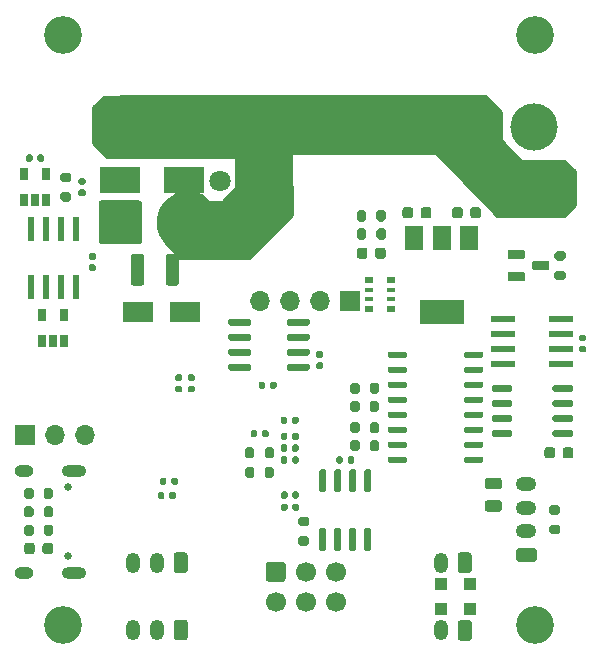
<source format=gbr>
G04 #@! TF.GenerationSoftware,KiCad,Pcbnew,5.1.9-73d0e3b20d~88~ubuntu20.04.1*
G04 #@! TF.CreationDate,2021-04-08T00:26:52+08:00*
G04 #@! TF.ProjectId,AbsoluteEncoderBoard,4162736f-6c75-4746-9545-6e636f646572,rev?*
G04 #@! TF.SameCoordinates,Original*
G04 #@! TF.FileFunction,Soldermask,Bot*
G04 #@! TF.FilePolarity,Negative*
%FSLAX46Y46*%
G04 Gerber Fmt 4.6, Leading zero omitted, Abs format (unit mm)*
G04 Created by KiCad (PCBNEW 5.1.9-73d0e3b20d~88~ubuntu20.04.1) date 2021-04-08 00:26:52*
%MOMM*%
%LPD*%
G01*
G04 APERTURE LIST*
%ADD10C,3.200000*%
%ADD11C,4.000000*%
%ADD12R,3.800000X3.800000*%
%ADD13C,1.700000*%
%ADD14R,0.650000X1.060000*%
%ADD15R,2.500000X1.800000*%
%ADD16R,3.500000X2.300000*%
%ADD17R,1.500000X2.000000*%
%ADD18R,3.800000X2.000000*%
%ADD19R,2.000000X0.600000*%
%ADD20R,0.600000X2.000000*%
%ADD21R,0.800000X0.500000*%
%ADD22R,0.800000X0.400000*%
%ADD23O,1.200000X1.750000*%
%ADD24O,1.700000X1.700000*%
%ADD25R,1.700000X1.700000*%
%ADD26C,1.800000*%
%ADD27C,3.700000*%
%ADD28O,2.100000X1.000000*%
%ADD29C,0.650000*%
%ADD30O,1.600000X1.000000*%
%ADD31O,1.750000X1.200000*%
%ADD32R,1.000000X1.000000*%
%ADD33C,0.254000*%
%ADD34C,0.100000*%
G04 APERTURE END LIST*
D10*
X170000000Y-90000000D03*
X130000000Y-90000000D03*
X170000000Y-40000000D03*
X130000000Y-40000000D03*
D11*
X169926000Y-47832000D03*
D12*
X169926000Y-52832000D03*
G36*
G01*
X147415240Y-84624600D02*
X148615240Y-84624600D01*
G75*
G02*
X148865240Y-84874600I0J-250000D01*
G01*
X148865240Y-86074600D01*
G75*
G02*
X148615240Y-86324600I-250000J0D01*
G01*
X147415240Y-86324600D01*
G75*
G02*
X147165240Y-86074600I0J250000D01*
G01*
X147165240Y-84874600D01*
G75*
G02*
X147415240Y-84624600I250000J0D01*
G01*
G37*
D13*
X150555240Y-85474600D03*
X153095240Y-85474600D03*
X148015240Y-88014600D03*
X150555240Y-88014600D03*
X153095240Y-88014600D03*
G36*
G01*
X146860000Y-73950000D02*
X146860000Y-73610000D01*
G75*
G02*
X147000000Y-73470000I140000J0D01*
G01*
X147280000Y-73470000D01*
G75*
G02*
X147420000Y-73610000I0J-140000D01*
G01*
X147420000Y-73950000D01*
G75*
G02*
X147280000Y-74090000I-140000J0D01*
G01*
X147000000Y-74090000D01*
G75*
G02*
X146860000Y-73950000I0J140000D01*
G01*
G37*
G36*
G01*
X145900000Y-73950000D02*
X145900000Y-73610000D01*
G75*
G02*
X146040000Y-73470000I140000J0D01*
G01*
X146320000Y-73470000D01*
G75*
G02*
X146460000Y-73610000I0J-140000D01*
G01*
X146460000Y-73950000D01*
G75*
G02*
X146320000Y-74090000I-140000J0D01*
G01*
X146040000Y-74090000D01*
G75*
G02*
X145900000Y-73950000I0J140000D01*
G01*
G37*
G36*
G01*
X139630000Y-69725000D02*
X139970000Y-69725000D01*
G75*
G02*
X140110000Y-69865000I0J-140000D01*
G01*
X140110000Y-70145000D01*
G75*
G02*
X139970000Y-70285000I-140000J0D01*
G01*
X139630000Y-70285000D01*
G75*
G02*
X139490000Y-70145000I0J140000D01*
G01*
X139490000Y-69865000D01*
G75*
G02*
X139630000Y-69725000I140000J0D01*
G01*
G37*
G36*
G01*
X139630000Y-68765000D02*
X139970000Y-68765000D01*
G75*
G02*
X140110000Y-68905000I0J-140000D01*
G01*
X140110000Y-69185000D01*
G75*
G02*
X139970000Y-69325000I-140000J0D01*
G01*
X139630000Y-69325000D01*
G75*
G02*
X139490000Y-69185000I0J140000D01*
G01*
X139490000Y-68905000D01*
G75*
G02*
X139630000Y-68765000I140000J0D01*
G01*
G37*
G36*
G01*
X147530000Y-69860000D02*
X147530000Y-69520000D01*
G75*
G02*
X147670000Y-69380000I140000J0D01*
G01*
X147950000Y-69380000D01*
G75*
G02*
X148090000Y-69520000I0J-140000D01*
G01*
X148090000Y-69860000D01*
G75*
G02*
X147950000Y-70000000I-140000J0D01*
G01*
X147670000Y-70000000D01*
G75*
G02*
X147530000Y-69860000I0J140000D01*
G01*
G37*
G36*
G01*
X146570000Y-69860000D02*
X146570000Y-69520000D01*
G75*
G02*
X146710000Y-69380000I140000J0D01*
G01*
X146990000Y-69380000D01*
G75*
G02*
X147130000Y-69520000I0J-140000D01*
G01*
X147130000Y-69860000D01*
G75*
G02*
X146990000Y-70000000I-140000J0D01*
G01*
X146710000Y-70000000D01*
G75*
G02*
X146570000Y-69860000I0J140000D01*
G01*
G37*
G36*
G01*
X139175000Y-77970000D02*
X139175000Y-77630000D01*
G75*
G02*
X139315000Y-77490000I140000J0D01*
G01*
X139595000Y-77490000D01*
G75*
G02*
X139735000Y-77630000I0J-140000D01*
G01*
X139735000Y-77970000D01*
G75*
G02*
X139595000Y-78110000I-140000J0D01*
G01*
X139315000Y-78110000D01*
G75*
G02*
X139175000Y-77970000I0J140000D01*
G01*
G37*
G36*
G01*
X138215000Y-77970000D02*
X138215000Y-77630000D01*
G75*
G02*
X138355000Y-77490000I140000J0D01*
G01*
X138635000Y-77490000D01*
G75*
G02*
X138775000Y-77630000I0J-140000D01*
G01*
X138775000Y-77970000D01*
G75*
G02*
X138635000Y-78110000I-140000J0D01*
G01*
X138355000Y-78110000D01*
G75*
G02*
X138215000Y-77970000I0J140000D01*
G01*
G37*
G36*
G01*
X149000000Y-72480000D02*
X149000000Y-72820000D01*
G75*
G02*
X148860000Y-72960000I-140000J0D01*
G01*
X148580000Y-72960000D01*
G75*
G02*
X148440000Y-72820000I0J140000D01*
G01*
X148440000Y-72480000D01*
G75*
G02*
X148580000Y-72340000I140000J0D01*
G01*
X148860000Y-72340000D01*
G75*
G02*
X149000000Y-72480000I0J-140000D01*
G01*
G37*
G36*
G01*
X149960000Y-72480000D02*
X149960000Y-72820000D01*
G75*
G02*
X149820000Y-72960000I-140000J0D01*
G01*
X149540000Y-72960000D01*
G75*
G02*
X149400000Y-72820000I0J140000D01*
G01*
X149400000Y-72480000D01*
G75*
G02*
X149540000Y-72340000I140000J0D01*
G01*
X149820000Y-72340000D01*
G75*
G02*
X149960000Y-72480000I0J-140000D01*
G01*
G37*
G36*
G01*
X149025000Y-78805000D02*
X149025000Y-79145000D01*
G75*
G02*
X148885000Y-79285000I-140000J0D01*
G01*
X148605000Y-79285000D01*
G75*
G02*
X148465000Y-79145000I0J140000D01*
G01*
X148465000Y-78805000D01*
G75*
G02*
X148605000Y-78665000I140000J0D01*
G01*
X148885000Y-78665000D01*
G75*
G02*
X149025000Y-78805000I0J-140000D01*
G01*
G37*
G36*
G01*
X149985000Y-78805000D02*
X149985000Y-79145000D01*
G75*
G02*
X149845000Y-79285000I-140000J0D01*
G01*
X149565000Y-79285000D01*
G75*
G02*
X149425000Y-79145000I0J140000D01*
G01*
X149425000Y-78805000D01*
G75*
G02*
X149565000Y-78665000I140000J0D01*
G01*
X149845000Y-78665000D01*
G75*
G02*
X149985000Y-78805000I0J-140000D01*
G01*
G37*
G36*
G01*
X140705000Y-69725000D02*
X141045000Y-69725000D01*
G75*
G02*
X141185000Y-69865000I0J-140000D01*
G01*
X141185000Y-70145000D01*
G75*
G02*
X141045000Y-70285000I-140000J0D01*
G01*
X140705000Y-70285000D01*
G75*
G02*
X140565000Y-70145000I0J140000D01*
G01*
X140565000Y-69865000D01*
G75*
G02*
X140705000Y-69725000I140000J0D01*
G01*
G37*
G36*
G01*
X140705000Y-68765000D02*
X141045000Y-68765000D01*
G75*
G02*
X141185000Y-68905000I0J-140000D01*
G01*
X141185000Y-69185000D01*
G75*
G02*
X141045000Y-69325000I-140000J0D01*
G01*
X140705000Y-69325000D01*
G75*
G02*
X140565000Y-69185000I0J140000D01*
G01*
X140565000Y-68905000D01*
G75*
G02*
X140705000Y-68765000I140000J0D01*
G01*
G37*
G36*
G01*
X149425000Y-80170000D02*
X149425000Y-79830000D01*
G75*
G02*
X149565000Y-79690000I140000J0D01*
G01*
X149845000Y-79690000D01*
G75*
G02*
X149985000Y-79830000I0J-140000D01*
G01*
X149985000Y-80170000D01*
G75*
G02*
X149845000Y-80310000I-140000J0D01*
G01*
X149565000Y-80310000D01*
G75*
G02*
X149425000Y-80170000I0J140000D01*
G01*
G37*
G36*
G01*
X148465000Y-80170000D02*
X148465000Y-79830000D01*
G75*
G02*
X148605000Y-79690000I140000J0D01*
G01*
X148885000Y-79690000D01*
G75*
G02*
X149025000Y-79830000I0J-140000D01*
G01*
X149025000Y-80170000D01*
G75*
G02*
X148885000Y-80310000I-140000J0D01*
G01*
X148605000Y-80310000D01*
G75*
G02*
X148465000Y-80170000I0J140000D01*
G01*
G37*
G36*
G01*
X139000000Y-79195000D02*
X139000000Y-78855000D01*
G75*
G02*
X139140000Y-78715000I140000J0D01*
G01*
X139420000Y-78715000D01*
G75*
G02*
X139560000Y-78855000I0J-140000D01*
G01*
X139560000Y-79195000D01*
G75*
G02*
X139420000Y-79335000I-140000J0D01*
G01*
X139140000Y-79335000D01*
G75*
G02*
X139000000Y-79195000I0J140000D01*
G01*
G37*
G36*
G01*
X138040000Y-79195000D02*
X138040000Y-78855000D01*
G75*
G02*
X138180000Y-78715000I140000J0D01*
G01*
X138460000Y-78715000D01*
G75*
G02*
X138600000Y-78855000I0J-140000D01*
G01*
X138600000Y-79195000D01*
G75*
G02*
X138460000Y-79335000I-140000J0D01*
G01*
X138180000Y-79335000D01*
G75*
G02*
X138040000Y-79195000I0J140000D01*
G01*
G37*
G36*
G01*
X151920000Y-67350000D02*
X151580000Y-67350000D01*
G75*
G02*
X151440000Y-67210000I0J140000D01*
G01*
X151440000Y-66930000D01*
G75*
G02*
X151580000Y-66790000I140000J0D01*
G01*
X151920000Y-66790000D01*
G75*
G02*
X152060000Y-66930000I0J-140000D01*
G01*
X152060000Y-67210000D01*
G75*
G02*
X151920000Y-67350000I-140000J0D01*
G01*
G37*
G36*
G01*
X151920000Y-68310000D02*
X151580000Y-68310000D01*
G75*
G02*
X151440000Y-68170000I0J140000D01*
G01*
X151440000Y-67890000D01*
G75*
G02*
X151580000Y-67750000I140000J0D01*
G01*
X151920000Y-67750000D01*
G75*
G02*
X152060000Y-67890000I0J-140000D01*
G01*
X152060000Y-68170000D01*
G75*
G02*
X151920000Y-68310000I-140000J0D01*
G01*
G37*
G36*
G01*
X149010000Y-74830000D02*
X149010000Y-75170000D01*
G75*
G02*
X148870000Y-75310000I-140000J0D01*
G01*
X148590000Y-75310000D01*
G75*
G02*
X148450000Y-75170000I0J140000D01*
G01*
X148450000Y-74830000D01*
G75*
G02*
X148590000Y-74690000I140000J0D01*
G01*
X148870000Y-74690000D01*
G75*
G02*
X149010000Y-74830000I0J-140000D01*
G01*
G37*
G36*
G01*
X149970000Y-74830000D02*
X149970000Y-75170000D01*
G75*
G02*
X149830000Y-75310000I-140000J0D01*
G01*
X149550000Y-75310000D01*
G75*
G02*
X149410000Y-75170000I0J140000D01*
G01*
X149410000Y-74830000D01*
G75*
G02*
X149550000Y-74690000I140000J0D01*
G01*
X149830000Y-74690000D01*
G75*
G02*
X149970000Y-74830000I0J-140000D01*
G01*
G37*
G36*
G01*
X173830000Y-66345000D02*
X174170000Y-66345000D01*
G75*
G02*
X174310000Y-66485000I0J-140000D01*
G01*
X174310000Y-66765000D01*
G75*
G02*
X174170000Y-66905000I-140000J0D01*
G01*
X173830000Y-66905000D01*
G75*
G02*
X173690000Y-66765000I0J140000D01*
G01*
X173690000Y-66485000D01*
G75*
G02*
X173830000Y-66345000I140000J0D01*
G01*
G37*
G36*
G01*
X173830000Y-65385000D02*
X174170000Y-65385000D01*
G75*
G02*
X174310000Y-65525000I0J-140000D01*
G01*
X174310000Y-65805000D01*
G75*
G02*
X174170000Y-65945000I-140000J0D01*
G01*
X173830000Y-65945000D01*
G75*
G02*
X173690000Y-65805000I0J140000D01*
G01*
X173690000Y-65525000D01*
G75*
G02*
X173830000Y-65385000I140000J0D01*
G01*
G37*
G36*
G01*
X153700000Y-75830000D02*
X153700000Y-76170000D01*
G75*
G02*
X153560000Y-76310000I-140000J0D01*
G01*
X153280000Y-76310000D01*
G75*
G02*
X153140000Y-76170000I0J140000D01*
G01*
X153140000Y-75830000D01*
G75*
G02*
X153280000Y-75690000I140000J0D01*
G01*
X153560000Y-75690000D01*
G75*
G02*
X153700000Y-75830000I0J-140000D01*
G01*
G37*
G36*
G01*
X154660000Y-75830000D02*
X154660000Y-76170000D01*
G75*
G02*
X154520000Y-76310000I-140000J0D01*
G01*
X154240000Y-76310000D01*
G75*
G02*
X154100000Y-76170000I0J140000D01*
G01*
X154100000Y-75830000D01*
G75*
G02*
X154240000Y-75690000I140000J0D01*
G01*
X154520000Y-75690000D01*
G75*
G02*
X154660000Y-75830000I0J-140000D01*
G01*
G37*
G36*
G01*
X127450000Y-50280000D02*
X127450000Y-50620000D01*
G75*
G02*
X127310000Y-50760000I-140000J0D01*
G01*
X127030000Y-50760000D01*
G75*
G02*
X126890000Y-50620000I0J140000D01*
G01*
X126890000Y-50280000D01*
G75*
G02*
X127030000Y-50140000I140000J0D01*
G01*
X127310000Y-50140000D01*
G75*
G02*
X127450000Y-50280000I0J-140000D01*
G01*
G37*
G36*
G01*
X128410000Y-50280000D02*
X128410000Y-50620000D01*
G75*
G02*
X128270000Y-50760000I-140000J0D01*
G01*
X127990000Y-50760000D01*
G75*
G02*
X127850000Y-50620000I0J140000D01*
G01*
X127850000Y-50280000D01*
G75*
G02*
X127990000Y-50140000I140000J0D01*
G01*
X128270000Y-50140000D01*
G75*
G02*
X128410000Y-50280000I0J-140000D01*
G01*
G37*
G36*
G01*
X149010000Y-75830000D02*
X149010000Y-76170000D01*
G75*
G02*
X148870000Y-76310000I-140000J0D01*
G01*
X148590000Y-76310000D01*
G75*
G02*
X148450000Y-76170000I0J140000D01*
G01*
X148450000Y-75830000D01*
G75*
G02*
X148590000Y-75690000I140000J0D01*
G01*
X148870000Y-75690000D01*
G75*
G02*
X149010000Y-75830000I0J-140000D01*
G01*
G37*
G36*
G01*
X149970000Y-75830000D02*
X149970000Y-76170000D01*
G75*
G02*
X149830000Y-76310000I-140000J0D01*
G01*
X149550000Y-76310000D01*
G75*
G02*
X149410000Y-76170000I0J140000D01*
G01*
X149410000Y-75830000D01*
G75*
G02*
X149550000Y-75690000I140000J0D01*
G01*
X149830000Y-75690000D01*
G75*
G02*
X149970000Y-75830000I0J-140000D01*
G01*
G37*
G36*
G01*
X131790000Y-52700000D02*
X131450000Y-52700000D01*
G75*
G02*
X131310000Y-52560000I0J140000D01*
G01*
X131310000Y-52280000D01*
G75*
G02*
X131450000Y-52140000I140000J0D01*
G01*
X131790000Y-52140000D01*
G75*
G02*
X131930000Y-52280000I0J-140000D01*
G01*
X131930000Y-52560000D01*
G75*
G02*
X131790000Y-52700000I-140000J0D01*
G01*
G37*
G36*
G01*
X131790000Y-53660000D02*
X131450000Y-53660000D01*
G75*
G02*
X131310000Y-53520000I0J140000D01*
G01*
X131310000Y-53240000D01*
G75*
G02*
X131450000Y-53100000I140000J0D01*
G01*
X131790000Y-53100000D01*
G75*
G02*
X131930000Y-53240000I0J-140000D01*
G01*
X131930000Y-53520000D01*
G75*
G02*
X131790000Y-53660000I-140000J0D01*
G01*
G37*
D14*
X130125000Y-63700000D03*
X128225000Y-63700000D03*
X128225000Y-65900000D03*
X129175000Y-65900000D03*
X130125000Y-65900000D03*
G36*
G01*
X132670000Y-59050000D02*
X132330000Y-59050000D01*
G75*
G02*
X132190000Y-58910000I0J140000D01*
G01*
X132190000Y-58630000D01*
G75*
G02*
X132330000Y-58490000I140000J0D01*
G01*
X132670000Y-58490000D01*
G75*
G02*
X132810000Y-58630000I0J-140000D01*
G01*
X132810000Y-58910000D01*
G75*
G02*
X132670000Y-59050000I-140000J0D01*
G01*
G37*
G36*
G01*
X132670000Y-60010000D02*
X132330000Y-60010000D01*
G75*
G02*
X132190000Y-59870000I0J140000D01*
G01*
X132190000Y-59590000D01*
G75*
G02*
X132330000Y-59450000I140000J0D01*
G01*
X132670000Y-59450000D01*
G75*
G02*
X132810000Y-59590000I0J-140000D01*
G01*
X132810000Y-59870000D01*
G75*
G02*
X132670000Y-60010000I-140000J0D01*
G01*
G37*
G36*
G01*
X149010000Y-73830000D02*
X149010000Y-74170000D01*
G75*
G02*
X148870000Y-74310000I-140000J0D01*
G01*
X148590000Y-74310000D01*
G75*
G02*
X148450000Y-74170000I0J140000D01*
G01*
X148450000Y-73830000D01*
G75*
G02*
X148590000Y-73690000I140000J0D01*
G01*
X148870000Y-73690000D01*
G75*
G02*
X149010000Y-73830000I0J-140000D01*
G01*
G37*
G36*
G01*
X149970000Y-73830000D02*
X149970000Y-74170000D01*
G75*
G02*
X149830000Y-74310000I-140000J0D01*
G01*
X149550000Y-74310000D01*
G75*
G02*
X149410000Y-74170000I0J140000D01*
G01*
X149410000Y-73830000D01*
G75*
G02*
X149550000Y-73690000I140000J0D01*
G01*
X149830000Y-73690000D01*
G75*
G02*
X149970000Y-73830000I0J-140000D01*
G01*
G37*
G36*
G01*
X138700000Y-61000001D02*
X138700000Y-58799999D01*
G75*
G02*
X138949999Y-58550000I249999J0D01*
G01*
X139600001Y-58550000D01*
G75*
G02*
X139850000Y-58799999I0J-249999D01*
G01*
X139850000Y-61000001D01*
G75*
G02*
X139600001Y-61250000I-249999J0D01*
G01*
X138949999Y-61250000D01*
G75*
G02*
X138700000Y-61000001I0J249999D01*
G01*
G37*
G36*
G01*
X135750000Y-61000001D02*
X135750000Y-58799999D01*
G75*
G02*
X135999999Y-58550000I249999J0D01*
G01*
X136650001Y-58550000D01*
G75*
G02*
X136900000Y-58799999I0J-249999D01*
G01*
X136900000Y-61000001D01*
G75*
G02*
X136650001Y-61250000I-249999J0D01*
G01*
X135999999Y-61250000D01*
G75*
G02*
X135750000Y-61000001I0J249999D01*
G01*
G37*
D15*
X136325000Y-63475000D03*
X140325000Y-63475000D03*
D16*
X134860000Y-52290000D03*
X140260000Y-52290000D03*
G36*
G01*
X156440840Y-58750000D02*
X156440840Y-58250000D01*
G75*
G02*
X156665840Y-58025000I225000J0D01*
G01*
X157115840Y-58025000D01*
G75*
G02*
X157340840Y-58250000I0J-225000D01*
G01*
X157340840Y-58750000D01*
G75*
G02*
X157115840Y-58975000I-225000J0D01*
G01*
X156665840Y-58975000D01*
G75*
G02*
X156440840Y-58750000I0J225000D01*
G01*
G37*
G36*
G01*
X154890840Y-58750000D02*
X154890840Y-58250000D01*
G75*
G02*
X155115840Y-58025000I225000J0D01*
G01*
X155565840Y-58025000D01*
G75*
G02*
X155790840Y-58250000I0J-225000D01*
G01*
X155790840Y-58750000D01*
G75*
G02*
X155565840Y-58975000I-225000J0D01*
G01*
X155115840Y-58975000D01*
G75*
G02*
X154890840Y-58750000I0J225000D01*
G01*
G37*
G36*
G01*
X164000000Y-76132500D02*
X164000000Y-75857500D01*
G75*
G02*
X164137500Y-75720000I137500J0D01*
G01*
X165462500Y-75720000D01*
G75*
G02*
X165600000Y-75857500I0J-137500D01*
G01*
X165600000Y-76132500D01*
G75*
G02*
X165462500Y-76270000I-137500J0D01*
G01*
X164137500Y-76270000D01*
G75*
G02*
X164000000Y-76132500I0J137500D01*
G01*
G37*
G36*
G01*
X164000000Y-74862500D02*
X164000000Y-74587500D01*
G75*
G02*
X164137500Y-74450000I137500J0D01*
G01*
X165462500Y-74450000D01*
G75*
G02*
X165600000Y-74587500I0J-137500D01*
G01*
X165600000Y-74862500D01*
G75*
G02*
X165462500Y-75000000I-137500J0D01*
G01*
X164137500Y-75000000D01*
G75*
G02*
X164000000Y-74862500I0J137500D01*
G01*
G37*
G36*
G01*
X164000000Y-73592500D02*
X164000000Y-73317500D01*
G75*
G02*
X164137500Y-73180000I137500J0D01*
G01*
X165462500Y-73180000D01*
G75*
G02*
X165600000Y-73317500I0J-137500D01*
G01*
X165600000Y-73592500D01*
G75*
G02*
X165462500Y-73730000I-137500J0D01*
G01*
X164137500Y-73730000D01*
G75*
G02*
X164000000Y-73592500I0J137500D01*
G01*
G37*
G36*
G01*
X164000000Y-72322500D02*
X164000000Y-72047500D01*
G75*
G02*
X164137500Y-71910000I137500J0D01*
G01*
X165462500Y-71910000D01*
G75*
G02*
X165600000Y-72047500I0J-137500D01*
G01*
X165600000Y-72322500D01*
G75*
G02*
X165462500Y-72460000I-137500J0D01*
G01*
X164137500Y-72460000D01*
G75*
G02*
X164000000Y-72322500I0J137500D01*
G01*
G37*
G36*
G01*
X164000000Y-71052500D02*
X164000000Y-70777500D01*
G75*
G02*
X164137500Y-70640000I137500J0D01*
G01*
X165462500Y-70640000D01*
G75*
G02*
X165600000Y-70777500I0J-137500D01*
G01*
X165600000Y-71052500D01*
G75*
G02*
X165462500Y-71190000I-137500J0D01*
G01*
X164137500Y-71190000D01*
G75*
G02*
X164000000Y-71052500I0J137500D01*
G01*
G37*
G36*
G01*
X164000000Y-69782500D02*
X164000000Y-69507500D01*
G75*
G02*
X164137500Y-69370000I137500J0D01*
G01*
X165462500Y-69370000D01*
G75*
G02*
X165600000Y-69507500I0J-137500D01*
G01*
X165600000Y-69782500D01*
G75*
G02*
X165462500Y-69920000I-137500J0D01*
G01*
X164137500Y-69920000D01*
G75*
G02*
X164000000Y-69782500I0J137500D01*
G01*
G37*
G36*
G01*
X164000000Y-68512500D02*
X164000000Y-68237500D01*
G75*
G02*
X164137500Y-68100000I137500J0D01*
G01*
X165462500Y-68100000D01*
G75*
G02*
X165600000Y-68237500I0J-137500D01*
G01*
X165600000Y-68512500D01*
G75*
G02*
X165462500Y-68650000I-137500J0D01*
G01*
X164137500Y-68650000D01*
G75*
G02*
X164000000Y-68512500I0J137500D01*
G01*
G37*
G36*
G01*
X164000000Y-67242500D02*
X164000000Y-66967500D01*
G75*
G02*
X164137500Y-66830000I137500J0D01*
G01*
X165462500Y-66830000D01*
G75*
G02*
X165600000Y-66967500I0J-137500D01*
G01*
X165600000Y-67242500D01*
G75*
G02*
X165462500Y-67380000I-137500J0D01*
G01*
X164137500Y-67380000D01*
G75*
G02*
X164000000Y-67242500I0J137500D01*
G01*
G37*
G36*
G01*
X157500000Y-67242500D02*
X157500000Y-66967500D01*
G75*
G02*
X157637500Y-66830000I137500J0D01*
G01*
X158962500Y-66830000D01*
G75*
G02*
X159100000Y-66967500I0J-137500D01*
G01*
X159100000Y-67242500D01*
G75*
G02*
X158962500Y-67380000I-137500J0D01*
G01*
X157637500Y-67380000D01*
G75*
G02*
X157500000Y-67242500I0J137500D01*
G01*
G37*
G36*
G01*
X157500000Y-68512500D02*
X157500000Y-68237500D01*
G75*
G02*
X157637500Y-68100000I137500J0D01*
G01*
X158962500Y-68100000D01*
G75*
G02*
X159100000Y-68237500I0J-137500D01*
G01*
X159100000Y-68512500D01*
G75*
G02*
X158962500Y-68650000I-137500J0D01*
G01*
X157637500Y-68650000D01*
G75*
G02*
X157500000Y-68512500I0J137500D01*
G01*
G37*
G36*
G01*
X157500000Y-69782500D02*
X157500000Y-69507500D01*
G75*
G02*
X157637500Y-69370000I137500J0D01*
G01*
X158962500Y-69370000D01*
G75*
G02*
X159100000Y-69507500I0J-137500D01*
G01*
X159100000Y-69782500D01*
G75*
G02*
X158962500Y-69920000I-137500J0D01*
G01*
X157637500Y-69920000D01*
G75*
G02*
X157500000Y-69782500I0J137500D01*
G01*
G37*
G36*
G01*
X157500000Y-71052500D02*
X157500000Y-70777500D01*
G75*
G02*
X157637500Y-70640000I137500J0D01*
G01*
X158962500Y-70640000D01*
G75*
G02*
X159100000Y-70777500I0J-137500D01*
G01*
X159100000Y-71052500D01*
G75*
G02*
X158962500Y-71190000I-137500J0D01*
G01*
X157637500Y-71190000D01*
G75*
G02*
X157500000Y-71052500I0J137500D01*
G01*
G37*
G36*
G01*
X157500000Y-72322500D02*
X157500000Y-72047500D01*
G75*
G02*
X157637500Y-71910000I137500J0D01*
G01*
X158962500Y-71910000D01*
G75*
G02*
X159100000Y-72047500I0J-137500D01*
G01*
X159100000Y-72322500D01*
G75*
G02*
X158962500Y-72460000I-137500J0D01*
G01*
X157637500Y-72460000D01*
G75*
G02*
X157500000Y-72322500I0J137500D01*
G01*
G37*
G36*
G01*
X157500000Y-73592500D02*
X157500000Y-73317500D01*
G75*
G02*
X157637500Y-73180000I137500J0D01*
G01*
X158962500Y-73180000D01*
G75*
G02*
X159100000Y-73317500I0J-137500D01*
G01*
X159100000Y-73592500D01*
G75*
G02*
X158962500Y-73730000I-137500J0D01*
G01*
X157637500Y-73730000D01*
G75*
G02*
X157500000Y-73592500I0J137500D01*
G01*
G37*
G36*
G01*
X157500000Y-74862500D02*
X157500000Y-74587500D01*
G75*
G02*
X157637500Y-74450000I137500J0D01*
G01*
X158962500Y-74450000D01*
G75*
G02*
X159100000Y-74587500I0J-137500D01*
G01*
X159100000Y-74862500D01*
G75*
G02*
X158962500Y-75000000I-137500J0D01*
G01*
X157637500Y-75000000D01*
G75*
G02*
X157500000Y-74862500I0J137500D01*
G01*
G37*
G36*
G01*
X157500000Y-76132500D02*
X157500000Y-75857500D01*
G75*
G02*
X157637500Y-75720000I137500J0D01*
G01*
X158962500Y-75720000D01*
G75*
G02*
X159100000Y-75857500I0J-137500D01*
G01*
X159100000Y-76132500D01*
G75*
G02*
X158962500Y-76270000I-137500J0D01*
G01*
X157637500Y-76270000D01*
G75*
G02*
X157500000Y-76132500I0J137500D01*
G01*
G37*
G36*
G01*
X148950000Y-68305000D02*
X148950000Y-68005000D01*
G75*
G02*
X149100000Y-67855000I150000J0D01*
G01*
X150750000Y-67855000D01*
G75*
G02*
X150900000Y-68005000I0J-150000D01*
G01*
X150900000Y-68305000D01*
G75*
G02*
X150750000Y-68455000I-150000J0D01*
G01*
X149100000Y-68455000D01*
G75*
G02*
X148950000Y-68305000I0J150000D01*
G01*
G37*
G36*
G01*
X148950000Y-67035000D02*
X148950000Y-66735000D01*
G75*
G02*
X149100000Y-66585000I150000J0D01*
G01*
X150750000Y-66585000D01*
G75*
G02*
X150900000Y-66735000I0J-150000D01*
G01*
X150900000Y-67035000D01*
G75*
G02*
X150750000Y-67185000I-150000J0D01*
G01*
X149100000Y-67185000D01*
G75*
G02*
X148950000Y-67035000I0J150000D01*
G01*
G37*
G36*
G01*
X148950000Y-65765000D02*
X148950000Y-65465000D01*
G75*
G02*
X149100000Y-65315000I150000J0D01*
G01*
X150750000Y-65315000D01*
G75*
G02*
X150900000Y-65465000I0J-150000D01*
G01*
X150900000Y-65765000D01*
G75*
G02*
X150750000Y-65915000I-150000J0D01*
G01*
X149100000Y-65915000D01*
G75*
G02*
X148950000Y-65765000I0J150000D01*
G01*
G37*
G36*
G01*
X148950000Y-64495000D02*
X148950000Y-64195000D01*
G75*
G02*
X149100000Y-64045000I150000J0D01*
G01*
X150750000Y-64045000D01*
G75*
G02*
X150900000Y-64195000I0J-150000D01*
G01*
X150900000Y-64495000D01*
G75*
G02*
X150750000Y-64645000I-150000J0D01*
G01*
X149100000Y-64645000D01*
G75*
G02*
X148950000Y-64495000I0J150000D01*
G01*
G37*
G36*
G01*
X144000000Y-64495000D02*
X144000000Y-64195000D01*
G75*
G02*
X144150000Y-64045000I150000J0D01*
G01*
X145800000Y-64045000D01*
G75*
G02*
X145950000Y-64195000I0J-150000D01*
G01*
X145950000Y-64495000D01*
G75*
G02*
X145800000Y-64645000I-150000J0D01*
G01*
X144150000Y-64645000D01*
G75*
G02*
X144000000Y-64495000I0J150000D01*
G01*
G37*
G36*
G01*
X144000000Y-65765000D02*
X144000000Y-65465000D01*
G75*
G02*
X144150000Y-65315000I150000J0D01*
G01*
X145800000Y-65315000D01*
G75*
G02*
X145950000Y-65465000I0J-150000D01*
G01*
X145950000Y-65765000D01*
G75*
G02*
X145800000Y-65915000I-150000J0D01*
G01*
X144150000Y-65915000D01*
G75*
G02*
X144000000Y-65765000I0J150000D01*
G01*
G37*
G36*
G01*
X144000000Y-67035000D02*
X144000000Y-66735000D01*
G75*
G02*
X144150000Y-66585000I150000J0D01*
G01*
X145800000Y-66585000D01*
G75*
G02*
X145950000Y-66735000I0J-150000D01*
G01*
X145950000Y-67035000D01*
G75*
G02*
X145800000Y-67185000I-150000J0D01*
G01*
X144150000Y-67185000D01*
G75*
G02*
X144000000Y-67035000I0J150000D01*
G01*
G37*
G36*
G01*
X144000000Y-68305000D02*
X144000000Y-68005000D01*
G75*
G02*
X144150000Y-67855000I150000J0D01*
G01*
X145800000Y-67855000D01*
G75*
G02*
X145950000Y-68005000I0J-150000D01*
G01*
X145950000Y-68305000D01*
G75*
G02*
X145800000Y-68455000I-150000J0D01*
G01*
X144150000Y-68455000D01*
G75*
G02*
X144000000Y-68305000I0J150000D01*
G01*
G37*
D17*
X159763400Y-57190000D03*
X164363400Y-57190000D03*
X162063400Y-57190000D03*
D18*
X162063400Y-63490000D03*
G36*
G01*
X171450000Y-73905000D02*
X171450000Y-73605000D01*
G75*
G02*
X171600000Y-73455000I150000J0D01*
G01*
X173050000Y-73455000D01*
G75*
G02*
X173200000Y-73605000I0J-150000D01*
G01*
X173200000Y-73905000D01*
G75*
G02*
X173050000Y-74055000I-150000J0D01*
G01*
X171600000Y-74055000D01*
G75*
G02*
X171450000Y-73905000I0J150000D01*
G01*
G37*
G36*
G01*
X171450000Y-72635000D02*
X171450000Y-72335000D01*
G75*
G02*
X171600000Y-72185000I150000J0D01*
G01*
X173050000Y-72185000D01*
G75*
G02*
X173200000Y-72335000I0J-150000D01*
G01*
X173200000Y-72635000D01*
G75*
G02*
X173050000Y-72785000I-150000J0D01*
G01*
X171600000Y-72785000D01*
G75*
G02*
X171450000Y-72635000I0J150000D01*
G01*
G37*
G36*
G01*
X171450000Y-71365000D02*
X171450000Y-71065000D01*
G75*
G02*
X171600000Y-70915000I150000J0D01*
G01*
X173050000Y-70915000D01*
G75*
G02*
X173200000Y-71065000I0J-150000D01*
G01*
X173200000Y-71365000D01*
G75*
G02*
X173050000Y-71515000I-150000J0D01*
G01*
X171600000Y-71515000D01*
G75*
G02*
X171450000Y-71365000I0J150000D01*
G01*
G37*
G36*
G01*
X171450000Y-70095000D02*
X171450000Y-69795000D01*
G75*
G02*
X171600000Y-69645000I150000J0D01*
G01*
X173050000Y-69645000D01*
G75*
G02*
X173200000Y-69795000I0J-150000D01*
G01*
X173200000Y-70095000D01*
G75*
G02*
X173050000Y-70245000I-150000J0D01*
G01*
X171600000Y-70245000D01*
G75*
G02*
X171450000Y-70095000I0J150000D01*
G01*
G37*
G36*
G01*
X166300000Y-70095000D02*
X166300000Y-69795000D01*
G75*
G02*
X166450000Y-69645000I150000J0D01*
G01*
X167900000Y-69645000D01*
G75*
G02*
X168050000Y-69795000I0J-150000D01*
G01*
X168050000Y-70095000D01*
G75*
G02*
X167900000Y-70245000I-150000J0D01*
G01*
X166450000Y-70245000D01*
G75*
G02*
X166300000Y-70095000I0J150000D01*
G01*
G37*
G36*
G01*
X166300000Y-71365000D02*
X166300000Y-71065000D01*
G75*
G02*
X166450000Y-70915000I150000J0D01*
G01*
X167900000Y-70915000D01*
G75*
G02*
X168050000Y-71065000I0J-150000D01*
G01*
X168050000Y-71365000D01*
G75*
G02*
X167900000Y-71515000I-150000J0D01*
G01*
X166450000Y-71515000D01*
G75*
G02*
X166300000Y-71365000I0J150000D01*
G01*
G37*
G36*
G01*
X166300000Y-72635000D02*
X166300000Y-72335000D01*
G75*
G02*
X166450000Y-72185000I150000J0D01*
G01*
X167900000Y-72185000D01*
G75*
G02*
X168050000Y-72335000I0J-150000D01*
G01*
X168050000Y-72635000D01*
G75*
G02*
X167900000Y-72785000I-150000J0D01*
G01*
X166450000Y-72785000D01*
G75*
G02*
X166300000Y-72635000I0J150000D01*
G01*
G37*
G36*
G01*
X166300000Y-73905000D02*
X166300000Y-73605000D01*
G75*
G02*
X166450000Y-73455000I150000J0D01*
G01*
X167900000Y-73455000D01*
G75*
G02*
X168050000Y-73605000I0J-150000D01*
G01*
X168050000Y-73905000D01*
G75*
G02*
X167900000Y-74055000I-150000J0D01*
G01*
X166450000Y-74055000D01*
G75*
G02*
X166300000Y-73905000I0J150000D01*
G01*
G37*
D19*
X172200000Y-66635000D03*
X167300000Y-64095000D03*
X167300000Y-65365000D03*
X167300000Y-66635000D03*
X167300000Y-67905000D03*
X172200000Y-67905000D03*
X172200000Y-65365000D03*
X172200000Y-64095000D03*
G36*
G01*
X151845000Y-81750000D02*
X152145000Y-81750000D01*
G75*
G02*
X152295000Y-81900000I0J-150000D01*
G01*
X152295000Y-83550000D01*
G75*
G02*
X152145000Y-83700000I-150000J0D01*
G01*
X151845000Y-83700000D01*
G75*
G02*
X151695000Y-83550000I0J150000D01*
G01*
X151695000Y-81900000D01*
G75*
G02*
X151845000Y-81750000I150000J0D01*
G01*
G37*
G36*
G01*
X153115000Y-81750000D02*
X153415000Y-81750000D01*
G75*
G02*
X153565000Y-81900000I0J-150000D01*
G01*
X153565000Y-83550000D01*
G75*
G02*
X153415000Y-83700000I-150000J0D01*
G01*
X153115000Y-83700000D01*
G75*
G02*
X152965000Y-83550000I0J150000D01*
G01*
X152965000Y-81900000D01*
G75*
G02*
X153115000Y-81750000I150000J0D01*
G01*
G37*
G36*
G01*
X154385000Y-81750000D02*
X154685000Y-81750000D01*
G75*
G02*
X154835000Y-81900000I0J-150000D01*
G01*
X154835000Y-83550000D01*
G75*
G02*
X154685000Y-83700000I-150000J0D01*
G01*
X154385000Y-83700000D01*
G75*
G02*
X154235000Y-83550000I0J150000D01*
G01*
X154235000Y-81900000D01*
G75*
G02*
X154385000Y-81750000I150000J0D01*
G01*
G37*
G36*
G01*
X155655000Y-81750000D02*
X155955000Y-81750000D01*
G75*
G02*
X156105000Y-81900000I0J-150000D01*
G01*
X156105000Y-83550000D01*
G75*
G02*
X155955000Y-83700000I-150000J0D01*
G01*
X155655000Y-83700000D01*
G75*
G02*
X155505000Y-83550000I0J150000D01*
G01*
X155505000Y-81900000D01*
G75*
G02*
X155655000Y-81750000I150000J0D01*
G01*
G37*
G36*
G01*
X155655000Y-76800000D02*
X155955000Y-76800000D01*
G75*
G02*
X156105000Y-76950000I0J-150000D01*
G01*
X156105000Y-78600000D01*
G75*
G02*
X155955000Y-78750000I-150000J0D01*
G01*
X155655000Y-78750000D01*
G75*
G02*
X155505000Y-78600000I0J150000D01*
G01*
X155505000Y-76950000D01*
G75*
G02*
X155655000Y-76800000I150000J0D01*
G01*
G37*
G36*
G01*
X154385000Y-76800000D02*
X154685000Y-76800000D01*
G75*
G02*
X154835000Y-76950000I0J-150000D01*
G01*
X154835000Y-78600000D01*
G75*
G02*
X154685000Y-78750000I-150000J0D01*
G01*
X154385000Y-78750000D01*
G75*
G02*
X154235000Y-78600000I0J150000D01*
G01*
X154235000Y-76950000D01*
G75*
G02*
X154385000Y-76800000I150000J0D01*
G01*
G37*
G36*
G01*
X153115000Y-76800000D02*
X153415000Y-76800000D01*
G75*
G02*
X153565000Y-76950000I0J-150000D01*
G01*
X153565000Y-78600000D01*
G75*
G02*
X153415000Y-78750000I-150000J0D01*
G01*
X153115000Y-78750000D01*
G75*
G02*
X152965000Y-78600000I0J150000D01*
G01*
X152965000Y-76950000D01*
G75*
G02*
X153115000Y-76800000I150000J0D01*
G01*
G37*
G36*
G01*
X151845000Y-76800000D02*
X152145000Y-76800000D01*
G75*
G02*
X152295000Y-76950000I0J-150000D01*
G01*
X152295000Y-78600000D01*
G75*
G02*
X152145000Y-78750000I-150000J0D01*
G01*
X151845000Y-78750000D01*
G75*
G02*
X151695000Y-78600000I0J150000D01*
G01*
X151695000Y-76950000D01*
G75*
G02*
X151845000Y-76800000I150000J0D01*
G01*
G37*
D14*
X128600000Y-51775000D03*
X126700000Y-51775000D03*
X126700000Y-53975000D03*
X127650000Y-53975000D03*
X128600000Y-53975000D03*
D20*
X128540000Y-61350000D03*
X131080000Y-56450000D03*
X129810000Y-56450000D03*
X128540000Y-56450000D03*
X127270000Y-56450000D03*
X127270000Y-61350000D03*
X129810000Y-61350000D03*
X131080000Y-61350000D03*
D21*
X157750000Y-60800000D03*
D22*
X157750000Y-61600000D03*
D21*
X157750000Y-63200000D03*
D22*
X157750000Y-62400000D03*
D21*
X155950000Y-60800000D03*
D22*
X155950000Y-62400000D03*
X155950000Y-61600000D03*
D21*
X155950000Y-63200000D03*
G36*
G01*
X155125000Y-69650000D02*
X155125000Y-70200000D01*
G75*
G02*
X154925000Y-70400000I-200000J0D01*
G01*
X154525000Y-70400000D01*
G75*
G02*
X154325000Y-70200000I0J200000D01*
G01*
X154325000Y-69650000D01*
G75*
G02*
X154525000Y-69450000I200000J0D01*
G01*
X154925000Y-69450000D01*
G75*
G02*
X155125000Y-69650000I0J-200000D01*
G01*
G37*
G36*
G01*
X156775000Y-69650000D02*
X156775000Y-70200000D01*
G75*
G02*
X156575000Y-70400000I-200000J0D01*
G01*
X156175000Y-70400000D01*
G75*
G02*
X155975000Y-70200000I0J200000D01*
G01*
X155975000Y-69650000D01*
G75*
G02*
X156175000Y-69450000I200000J0D01*
G01*
X156575000Y-69450000D01*
G75*
G02*
X156775000Y-69650000I0J-200000D01*
G01*
G37*
G36*
G01*
X155125000Y-71200000D02*
X155125000Y-71750000D01*
G75*
G02*
X154925000Y-71950000I-200000J0D01*
G01*
X154525000Y-71950000D01*
G75*
G02*
X154325000Y-71750000I0J200000D01*
G01*
X154325000Y-71200000D01*
G75*
G02*
X154525000Y-71000000I200000J0D01*
G01*
X154925000Y-71000000D01*
G75*
G02*
X155125000Y-71200000I0J-200000D01*
G01*
G37*
G36*
G01*
X156775000Y-71200000D02*
X156775000Y-71750000D01*
G75*
G02*
X156575000Y-71950000I-200000J0D01*
G01*
X156175000Y-71950000D01*
G75*
G02*
X155975000Y-71750000I0J200000D01*
G01*
X155975000Y-71200000D01*
G75*
G02*
X156175000Y-71000000I200000J0D01*
G01*
X156575000Y-71000000D01*
G75*
G02*
X156775000Y-71200000I0J-200000D01*
G01*
G37*
G36*
G01*
X155125000Y-73000000D02*
X155125000Y-73550000D01*
G75*
G02*
X154925000Y-73750000I-200000J0D01*
G01*
X154525000Y-73750000D01*
G75*
G02*
X154325000Y-73550000I0J200000D01*
G01*
X154325000Y-73000000D01*
G75*
G02*
X154525000Y-72800000I200000J0D01*
G01*
X154925000Y-72800000D01*
G75*
G02*
X155125000Y-73000000I0J-200000D01*
G01*
G37*
G36*
G01*
X156775000Y-73000000D02*
X156775000Y-73550000D01*
G75*
G02*
X156575000Y-73750000I-200000J0D01*
G01*
X156175000Y-73750000D01*
G75*
G02*
X155975000Y-73550000I0J200000D01*
G01*
X155975000Y-73000000D01*
G75*
G02*
X156175000Y-72800000I200000J0D01*
G01*
X156575000Y-72800000D01*
G75*
G02*
X156775000Y-73000000I0J-200000D01*
G01*
G37*
G36*
G01*
X155125000Y-74525000D02*
X155125000Y-75075000D01*
G75*
G02*
X154925000Y-75275000I-200000J0D01*
G01*
X154525000Y-75275000D01*
G75*
G02*
X154325000Y-75075000I0J200000D01*
G01*
X154325000Y-74525000D01*
G75*
G02*
X154525000Y-74325000I200000J0D01*
G01*
X154925000Y-74325000D01*
G75*
G02*
X155125000Y-74525000I0J-200000D01*
G01*
G37*
G36*
G01*
X156775000Y-74525000D02*
X156775000Y-75075000D01*
G75*
G02*
X156575000Y-75275000I-200000J0D01*
G01*
X156175000Y-75275000D01*
G75*
G02*
X155975000Y-75075000I0J200000D01*
G01*
X155975000Y-74525000D01*
G75*
G02*
X156175000Y-74325000I200000J0D01*
G01*
X156575000Y-74325000D01*
G75*
G02*
X156775000Y-74525000I0J-200000D01*
G01*
G37*
G36*
G01*
X146225000Y-75125000D02*
X146225000Y-75675000D01*
G75*
G02*
X146025000Y-75875000I-200000J0D01*
G01*
X145625000Y-75875000D01*
G75*
G02*
X145425000Y-75675000I0J200000D01*
G01*
X145425000Y-75125000D01*
G75*
G02*
X145625000Y-74925000I200000J0D01*
G01*
X146025000Y-74925000D01*
G75*
G02*
X146225000Y-75125000I0J-200000D01*
G01*
G37*
G36*
G01*
X147875000Y-75125000D02*
X147875000Y-75675000D01*
G75*
G02*
X147675000Y-75875000I-200000J0D01*
G01*
X147275000Y-75875000D01*
G75*
G02*
X147075000Y-75675000I0J200000D01*
G01*
X147075000Y-75125000D01*
G75*
G02*
X147275000Y-74925000I200000J0D01*
G01*
X147675000Y-74925000D01*
G75*
G02*
X147875000Y-75125000I0J-200000D01*
G01*
G37*
G36*
G01*
X146225000Y-76775000D02*
X146225000Y-77325000D01*
G75*
G02*
X146025000Y-77525000I-200000J0D01*
G01*
X145625000Y-77525000D01*
G75*
G02*
X145425000Y-77325000I0J200000D01*
G01*
X145425000Y-76775000D01*
G75*
G02*
X145625000Y-76575000I200000J0D01*
G01*
X146025000Y-76575000D01*
G75*
G02*
X146225000Y-76775000I0J-200000D01*
G01*
G37*
G36*
G01*
X147875000Y-76775000D02*
X147875000Y-77325000D01*
G75*
G02*
X147675000Y-77525000I-200000J0D01*
G01*
X147275000Y-77525000D01*
G75*
G02*
X147075000Y-77325000I0J200000D01*
G01*
X147075000Y-76775000D01*
G75*
G02*
X147275000Y-76575000I200000J0D01*
G01*
X147675000Y-76575000D01*
G75*
G02*
X147875000Y-76775000I0J-200000D01*
G01*
G37*
G36*
G01*
X155688300Y-55066480D02*
X155688300Y-55616480D01*
G75*
G02*
X155488300Y-55816480I-200000J0D01*
G01*
X155088300Y-55816480D01*
G75*
G02*
X154888300Y-55616480I0J200000D01*
G01*
X154888300Y-55066480D01*
G75*
G02*
X155088300Y-54866480I200000J0D01*
G01*
X155488300Y-54866480D01*
G75*
G02*
X155688300Y-55066480I0J-200000D01*
G01*
G37*
G36*
G01*
X157338300Y-55066480D02*
X157338300Y-55616480D01*
G75*
G02*
X157138300Y-55816480I-200000J0D01*
G01*
X156738300Y-55816480D01*
G75*
G02*
X156538300Y-55616480I0J200000D01*
G01*
X156538300Y-55066480D01*
G75*
G02*
X156738300Y-54866480I200000J0D01*
G01*
X157138300Y-54866480D01*
G75*
G02*
X157338300Y-55066480I0J-200000D01*
G01*
G37*
G36*
G01*
X155693380Y-56595560D02*
X155693380Y-57145560D01*
G75*
G02*
X155493380Y-57345560I-200000J0D01*
G01*
X155093380Y-57345560D01*
G75*
G02*
X154893380Y-57145560I0J200000D01*
G01*
X154893380Y-56595560D01*
G75*
G02*
X155093380Y-56395560I200000J0D01*
G01*
X155493380Y-56395560D01*
G75*
G02*
X155693380Y-56595560I0J-200000D01*
G01*
G37*
G36*
G01*
X157343380Y-56595560D02*
X157343380Y-57145560D01*
G75*
G02*
X157143380Y-57345560I-200000J0D01*
G01*
X156743380Y-57345560D01*
G75*
G02*
X156543380Y-57145560I0J200000D01*
G01*
X156543380Y-56595560D01*
G75*
G02*
X156743380Y-56395560I200000J0D01*
G01*
X157143380Y-56395560D01*
G75*
G02*
X157343380Y-56595560I0J-200000D01*
G01*
G37*
G36*
G01*
X128375000Y-82225000D02*
X128375000Y-81675000D01*
G75*
G02*
X128575000Y-81475000I200000J0D01*
G01*
X128975000Y-81475000D01*
G75*
G02*
X129175000Y-81675000I0J-200000D01*
G01*
X129175000Y-82225000D01*
G75*
G02*
X128975000Y-82425000I-200000J0D01*
G01*
X128575000Y-82425000D01*
G75*
G02*
X128375000Y-82225000I0J200000D01*
G01*
G37*
G36*
G01*
X126725000Y-82225000D02*
X126725000Y-81675000D01*
G75*
G02*
X126925000Y-81475000I200000J0D01*
G01*
X127325000Y-81475000D01*
G75*
G02*
X127525000Y-81675000I0J-200000D01*
G01*
X127525000Y-82225000D01*
G75*
G02*
X127325000Y-82425000I-200000J0D01*
G01*
X126925000Y-82425000D01*
G75*
G02*
X126725000Y-82225000I0J200000D01*
G01*
G37*
G36*
G01*
X128365000Y-80675000D02*
X128365000Y-80125000D01*
G75*
G02*
X128565000Y-79925000I200000J0D01*
G01*
X128965000Y-79925000D01*
G75*
G02*
X129165000Y-80125000I0J-200000D01*
G01*
X129165000Y-80675000D01*
G75*
G02*
X128965000Y-80875000I-200000J0D01*
G01*
X128565000Y-80875000D01*
G75*
G02*
X128365000Y-80675000I0J200000D01*
G01*
G37*
G36*
G01*
X126715000Y-80675000D02*
X126715000Y-80125000D01*
G75*
G02*
X126915000Y-79925000I200000J0D01*
G01*
X127315000Y-79925000D01*
G75*
G02*
X127515000Y-80125000I0J-200000D01*
G01*
X127515000Y-80675000D01*
G75*
G02*
X127315000Y-80875000I-200000J0D01*
G01*
X126915000Y-80875000D01*
G75*
G02*
X126715000Y-80675000I0J200000D01*
G01*
G37*
G36*
G01*
X127525000Y-78575000D02*
X127525000Y-79125000D01*
G75*
G02*
X127325000Y-79325000I-200000J0D01*
G01*
X126925000Y-79325000D01*
G75*
G02*
X126725000Y-79125000I0J200000D01*
G01*
X126725000Y-78575000D01*
G75*
G02*
X126925000Y-78375000I200000J0D01*
G01*
X127325000Y-78375000D01*
G75*
G02*
X127525000Y-78575000I0J-200000D01*
G01*
G37*
G36*
G01*
X129175000Y-78575000D02*
X129175000Y-79125000D01*
G75*
G02*
X128975000Y-79325000I-200000J0D01*
G01*
X128575000Y-79325000D01*
G75*
G02*
X128375000Y-79125000I0J200000D01*
G01*
X128375000Y-78575000D01*
G75*
G02*
X128575000Y-78375000I200000J0D01*
G01*
X128975000Y-78375000D01*
G75*
G02*
X129175000Y-78575000I0J-200000D01*
G01*
G37*
G36*
G01*
X171375000Y-81475000D02*
X171925000Y-81475000D01*
G75*
G02*
X172125000Y-81675000I0J-200000D01*
G01*
X172125000Y-82075000D01*
G75*
G02*
X171925000Y-82275000I-200000J0D01*
G01*
X171375000Y-82275000D01*
G75*
G02*
X171175000Y-82075000I0J200000D01*
G01*
X171175000Y-81675000D01*
G75*
G02*
X171375000Y-81475000I200000J0D01*
G01*
G37*
G36*
G01*
X171375000Y-79825000D02*
X171925000Y-79825000D01*
G75*
G02*
X172125000Y-80025000I0J-200000D01*
G01*
X172125000Y-80425000D01*
G75*
G02*
X171925000Y-80625000I-200000J0D01*
G01*
X171375000Y-80625000D01*
G75*
G02*
X171175000Y-80425000I0J200000D01*
G01*
X171175000Y-80025000D01*
G75*
G02*
X171375000Y-79825000I200000J0D01*
G01*
G37*
G36*
G01*
X171825000Y-59975000D02*
X172375000Y-59975000D01*
G75*
G02*
X172575000Y-60175000I0J-200000D01*
G01*
X172575000Y-60575000D01*
G75*
G02*
X172375000Y-60775000I-200000J0D01*
G01*
X171825000Y-60775000D01*
G75*
G02*
X171625000Y-60575000I0J200000D01*
G01*
X171625000Y-60175000D01*
G75*
G02*
X171825000Y-59975000I200000J0D01*
G01*
G37*
G36*
G01*
X171825000Y-58325000D02*
X172375000Y-58325000D01*
G75*
G02*
X172575000Y-58525000I0J-200000D01*
G01*
X172575000Y-58925000D01*
G75*
G02*
X172375000Y-59125000I-200000J0D01*
G01*
X171825000Y-59125000D01*
G75*
G02*
X171625000Y-58925000I0J200000D01*
G01*
X171625000Y-58525000D01*
G75*
G02*
X171825000Y-58325000I200000J0D01*
G01*
G37*
G36*
G01*
X150125000Y-82475000D02*
X150675000Y-82475000D01*
G75*
G02*
X150875000Y-82675000I0J-200000D01*
G01*
X150875000Y-83075000D01*
G75*
G02*
X150675000Y-83275000I-200000J0D01*
G01*
X150125000Y-83275000D01*
G75*
G02*
X149925000Y-83075000I0J200000D01*
G01*
X149925000Y-82675000D01*
G75*
G02*
X150125000Y-82475000I200000J0D01*
G01*
G37*
G36*
G01*
X150125000Y-80825000D02*
X150675000Y-80825000D01*
G75*
G02*
X150875000Y-81025000I0J-200000D01*
G01*
X150875000Y-81425000D01*
G75*
G02*
X150675000Y-81625000I-200000J0D01*
G01*
X150125000Y-81625000D01*
G75*
G02*
X149925000Y-81425000I0J200000D01*
G01*
X149925000Y-81025000D01*
G75*
G02*
X150125000Y-80825000I200000J0D01*
G01*
G37*
G36*
G01*
X129975000Y-53325000D02*
X130525000Y-53325000D01*
G75*
G02*
X130725000Y-53525000I0J-200000D01*
G01*
X130725000Y-53925000D01*
G75*
G02*
X130525000Y-54125000I-200000J0D01*
G01*
X129975000Y-54125000D01*
G75*
G02*
X129775000Y-53925000I0J200000D01*
G01*
X129775000Y-53525000D01*
G75*
G02*
X129975000Y-53325000I200000J0D01*
G01*
G37*
G36*
G01*
X129975000Y-51675000D02*
X130525000Y-51675000D01*
G75*
G02*
X130725000Y-51875000I0J-200000D01*
G01*
X130725000Y-52275000D01*
G75*
G02*
X130525000Y-52475000I-200000J0D01*
G01*
X129975000Y-52475000D01*
G75*
G02*
X129775000Y-52275000I0J200000D01*
G01*
X129775000Y-51875000D01*
G75*
G02*
X129975000Y-51675000I200000J0D01*
G01*
G37*
D23*
X162025000Y-90437400D03*
G36*
G01*
X164625000Y-89812399D02*
X164625000Y-91062401D01*
G75*
G02*
X164375001Y-91312400I-249999J0D01*
G01*
X163674999Y-91312400D01*
G75*
G02*
X163425000Y-91062401I0J249999D01*
G01*
X163425000Y-89812399D01*
G75*
G02*
X163674999Y-89562400I249999J0D01*
G01*
X164375001Y-89562400D01*
G75*
G02*
X164625000Y-89812399I0J-249999D01*
G01*
G37*
X162025000Y-84700000D03*
G36*
G01*
X164625000Y-84074999D02*
X164625000Y-85325001D01*
G75*
G02*
X164375001Y-85575000I-249999J0D01*
G01*
X163674999Y-85575000D01*
G75*
G02*
X163425000Y-85325001I0J249999D01*
G01*
X163425000Y-84074999D01*
G75*
G02*
X163674999Y-83825000I249999J0D01*
G01*
X164375001Y-83825000D01*
G75*
G02*
X164625000Y-84074999I0J-249999D01*
G01*
G37*
X135975000Y-90400000D03*
X137975000Y-90400000D03*
G36*
G01*
X140575000Y-89774999D02*
X140575000Y-91025001D01*
G75*
G02*
X140325001Y-91275000I-249999J0D01*
G01*
X139624999Y-91275000D01*
G75*
G02*
X139375000Y-91025001I0J249999D01*
G01*
X139375000Y-89774999D01*
G75*
G02*
X139624999Y-89525000I249999J0D01*
G01*
X140325001Y-89525000D01*
G75*
G02*
X140575000Y-89774999I0J-249999D01*
G01*
G37*
X135975000Y-84700000D03*
X137975000Y-84700000D03*
G36*
G01*
X140575000Y-84074999D02*
X140575000Y-85325001D01*
G75*
G02*
X140325001Y-85575000I-249999J0D01*
G01*
X139624999Y-85575000D01*
G75*
G02*
X139375000Y-85325001I0J249999D01*
G01*
X139375000Y-84074999D01*
G75*
G02*
X139624999Y-83825000I249999J0D01*
G01*
X140325001Y-83825000D01*
G75*
G02*
X140575000Y-84074999I0J-249999D01*
G01*
G37*
D24*
X131840000Y-73850000D03*
X129300000Y-73850000D03*
D25*
X126760000Y-73850000D03*
D26*
X143344000Y-52400000D03*
D27*
X140574000Y-55880000D03*
G36*
G01*
X136474000Y-57730000D02*
X133274000Y-57730000D01*
G75*
G02*
X133024000Y-57480000I0J250000D01*
G01*
X133024000Y-54280000D01*
G75*
G02*
X133274000Y-54030000I250000J0D01*
G01*
X136474000Y-54030000D01*
G75*
G02*
X136724000Y-54280000I0J-250000D01*
G01*
X136724000Y-57480000D01*
G75*
G02*
X136474000Y-57730000I-250000J0D01*
G01*
G37*
D28*
X130930000Y-85545000D03*
X130930000Y-76905000D03*
D29*
X130400000Y-78335000D03*
D30*
X126750000Y-76905000D03*
D29*
X130400000Y-84115000D03*
D30*
X126750000Y-85545000D03*
D31*
X169250000Y-78050000D03*
X169250000Y-80050000D03*
X169250000Y-82050000D03*
G36*
G01*
X169875001Y-84650000D02*
X168624999Y-84650000D01*
G75*
G02*
X168375000Y-84400001I0J249999D01*
G01*
X168375000Y-83699999D01*
G75*
G02*
X168624999Y-83450000I249999J0D01*
G01*
X169875001Y-83450000D01*
G75*
G02*
X170125000Y-83699999I0J-249999D01*
G01*
X170125000Y-84400001D01*
G75*
G02*
X169875001Y-84650000I-249999J0D01*
G01*
G37*
D24*
X146690000Y-62530000D03*
X149230000Y-62530000D03*
X151770000Y-62530000D03*
D25*
X154310000Y-62530000D03*
D32*
X162000000Y-88625000D03*
X164500000Y-88625000D03*
X162000000Y-86500000D03*
X164500000Y-86500000D03*
G36*
G01*
X167655000Y-60800000D02*
X167655000Y-60200000D01*
G75*
G02*
X167725000Y-60130000I70000J0D01*
G01*
X169025000Y-60130000D01*
G75*
G02*
X169095000Y-60200000I0J-70000D01*
G01*
X169095000Y-60800000D01*
G75*
G02*
X169025000Y-60870000I-70000J0D01*
G01*
X167725000Y-60870000D01*
G75*
G02*
X167655000Y-60800000I0J70000D01*
G01*
G37*
G36*
G01*
X167655000Y-58900000D02*
X167655000Y-58300000D01*
G75*
G02*
X167725000Y-58230000I70000J0D01*
G01*
X169025000Y-58230000D01*
G75*
G02*
X169095000Y-58300000I0J-70000D01*
G01*
X169095000Y-58900000D01*
G75*
G02*
X169025000Y-58970000I-70000J0D01*
G01*
X167725000Y-58970000D01*
G75*
G02*
X167655000Y-58900000I0J70000D01*
G01*
G37*
G36*
G01*
X169755000Y-59850000D02*
X169755000Y-59250000D01*
G75*
G02*
X169825000Y-59180000I70000J0D01*
G01*
X171125000Y-59180000D01*
G75*
G02*
X171195000Y-59250000I0J-70000D01*
G01*
X171195000Y-59850000D01*
G75*
G02*
X171125000Y-59920000I-70000J0D01*
G01*
X169825000Y-59920000D01*
G75*
G02*
X169755000Y-59850000I0J70000D01*
G01*
G37*
G36*
G01*
X159650000Y-54825000D02*
X159650000Y-55325000D01*
G75*
G02*
X159425000Y-55550000I-225000J0D01*
G01*
X158975000Y-55550000D01*
G75*
G02*
X158750000Y-55325000I0J225000D01*
G01*
X158750000Y-54825000D01*
G75*
G02*
X158975000Y-54600000I225000J0D01*
G01*
X159425000Y-54600000D01*
G75*
G02*
X159650000Y-54825000I0J-225000D01*
G01*
G37*
G36*
G01*
X161200000Y-54825000D02*
X161200000Y-55325000D01*
G75*
G02*
X160975000Y-55550000I-225000J0D01*
G01*
X160525000Y-55550000D01*
G75*
G02*
X160300000Y-55325000I0J225000D01*
G01*
X160300000Y-54825000D01*
G75*
G02*
X160525000Y-54600000I225000J0D01*
G01*
X160975000Y-54600000D01*
G75*
G02*
X161200000Y-54825000I0J-225000D01*
G01*
G37*
G36*
G01*
X164500000Y-55325000D02*
X164500000Y-54825000D01*
G75*
G02*
X164725000Y-54600000I225000J0D01*
G01*
X165175000Y-54600000D01*
G75*
G02*
X165400000Y-54825000I0J-225000D01*
G01*
X165400000Y-55325000D01*
G75*
G02*
X165175000Y-55550000I-225000J0D01*
G01*
X164725000Y-55550000D01*
G75*
G02*
X164500000Y-55325000I0J225000D01*
G01*
G37*
G36*
G01*
X162950000Y-55325000D02*
X162950000Y-54825000D01*
G75*
G02*
X163175000Y-54600000I225000J0D01*
G01*
X163625000Y-54600000D01*
G75*
G02*
X163850000Y-54825000I0J-225000D01*
G01*
X163850000Y-55325000D01*
G75*
G02*
X163625000Y-55550000I-225000J0D01*
G01*
X163175000Y-55550000D01*
G75*
G02*
X162950000Y-55325000I0J225000D01*
G01*
G37*
G36*
G01*
X128275000Y-83750000D02*
X128275000Y-83250000D01*
G75*
G02*
X128500000Y-83025000I225000J0D01*
G01*
X128950000Y-83025000D01*
G75*
G02*
X129175000Y-83250000I0J-225000D01*
G01*
X129175000Y-83750000D01*
G75*
G02*
X128950000Y-83975000I-225000J0D01*
G01*
X128500000Y-83975000D01*
G75*
G02*
X128275000Y-83750000I0J225000D01*
G01*
G37*
G36*
G01*
X126725000Y-83750000D02*
X126725000Y-83250000D01*
G75*
G02*
X126950000Y-83025000I225000J0D01*
G01*
X127400000Y-83025000D01*
G75*
G02*
X127625000Y-83250000I0J-225000D01*
G01*
X127625000Y-83750000D01*
G75*
G02*
X127400000Y-83975000I-225000J0D01*
G01*
X126950000Y-83975000D01*
G75*
G02*
X126725000Y-83750000I0J225000D01*
G01*
G37*
G36*
G01*
X165975000Y-79400000D02*
X166925000Y-79400000D01*
G75*
G02*
X167175000Y-79650000I0J-250000D01*
G01*
X167175000Y-80150000D01*
G75*
G02*
X166925000Y-80400000I-250000J0D01*
G01*
X165975000Y-80400000D01*
G75*
G02*
X165725000Y-80150000I0J250000D01*
G01*
X165725000Y-79650000D01*
G75*
G02*
X165975000Y-79400000I250000J0D01*
G01*
G37*
G36*
G01*
X165975000Y-77500000D02*
X166925000Y-77500000D01*
G75*
G02*
X167175000Y-77750000I0J-250000D01*
G01*
X167175000Y-78250000D01*
G75*
G02*
X166925000Y-78500000I-250000J0D01*
G01*
X165975000Y-78500000D01*
G75*
G02*
X165725000Y-78250000I0J250000D01*
G01*
X165725000Y-77750000D01*
G75*
G02*
X165975000Y-77500000I250000J0D01*
G01*
G37*
G36*
G01*
X171675000Y-75150000D02*
X171675000Y-75650000D01*
G75*
G02*
X171450000Y-75875000I-225000J0D01*
G01*
X171000000Y-75875000D01*
G75*
G02*
X170775000Y-75650000I0J225000D01*
G01*
X170775000Y-75150000D01*
G75*
G02*
X171000000Y-74925000I225000J0D01*
G01*
X171450000Y-74925000D01*
G75*
G02*
X171675000Y-75150000I0J-225000D01*
G01*
G37*
G36*
G01*
X173225000Y-75150000D02*
X173225000Y-75650000D01*
G75*
G02*
X173000000Y-75875000I-225000J0D01*
G01*
X172550000Y-75875000D01*
G75*
G02*
X172325000Y-75650000I0J225000D01*
G01*
X172325000Y-75150000D01*
G75*
G02*
X172550000Y-74925000I225000J0D01*
G01*
X173000000Y-74925000D01*
G75*
G02*
X173225000Y-75150000I0J-225000D01*
G01*
G37*
D33*
X173373000Y-51554503D02*
X173373000Y-54447394D01*
X172447394Y-55373000D01*
X171127013Y-55373000D01*
X171127513Y-50657000D01*
X172428748Y-50657000D01*
X173373000Y-51554503D01*
D34*
G36*
X173373000Y-51554503D02*
G01*
X173373000Y-54447394D01*
X172447394Y-55373000D01*
X171127013Y-55373000D01*
X171127513Y-50657000D01*
X172428748Y-50657000D01*
X173373000Y-51554503D01*
G37*
D33*
X141729649Y-53609255D02*
X142210197Y-54089803D01*
X142229443Y-54105597D01*
X142251399Y-54117333D01*
X142275224Y-54124560D01*
X142300000Y-54127000D01*
X143673000Y-54127000D01*
X143673000Y-58873000D01*
X139952606Y-58873000D01*
X138700029Y-57620423D01*
X138213707Y-56842307D01*
X138027000Y-56375541D01*
X138027000Y-55517789D01*
X138216669Y-54853949D01*
X138598692Y-54280914D01*
X138980914Y-53898692D01*
X139553949Y-53516669D01*
X140217789Y-53327000D01*
X140976970Y-53327000D01*
X141729649Y-53609255D01*
D34*
G36*
X141729649Y-53609255D02*
G01*
X142210197Y-54089803D01*
X142229443Y-54105597D01*
X142251399Y-54117333D01*
X142275224Y-54124560D01*
X142300000Y-54127000D01*
X143673000Y-54127000D01*
X143673000Y-58873000D01*
X139952606Y-58873000D01*
X138700029Y-57620423D01*
X138213707Y-56842307D01*
X138027000Y-56375541D01*
X138027000Y-55517789D01*
X138216669Y-54853949D01*
X138598692Y-54280914D01*
X138980914Y-53898692D01*
X139553949Y-53516669D01*
X140217789Y-53327000D01*
X140976970Y-53327000D01*
X141729649Y-53609255D01*
G37*
D33*
X134772922Y-50373000D02*
X133752606Y-50373000D01*
X132527000Y-49147394D01*
X132527000Y-46154947D01*
X133493594Y-45247000D01*
X134769777Y-45247000D01*
X134772922Y-50373000D01*
D34*
G36*
X134772922Y-50373000D02*
G01*
X133752606Y-50373000D01*
X132527000Y-49147394D01*
X132527000Y-46154947D01*
X133493594Y-45247000D01*
X134769777Y-45247000D01*
X134772922Y-50373000D01*
G37*
D33*
X167103059Y-46533991D02*
X167105703Y-48930140D01*
X167108171Y-48954914D01*
X167115424Y-48978730D01*
X167127184Y-49000674D01*
X167141404Y-49018281D01*
X168683294Y-50612875D01*
X168702271Y-50628990D01*
X168724028Y-50641094D01*
X168747727Y-50648720D01*
X168774409Y-50651594D01*
X172373000Y-50656816D01*
X172373000Y-55373000D01*
X166754027Y-55373000D01*
X161641496Y-50061924D01*
X161622556Y-50045766D01*
X161600826Y-50033614D01*
X161577144Y-50025935D01*
X161550000Y-50023000D01*
X149450000Y-50023000D01*
X149425224Y-50025440D01*
X149401399Y-50032667D01*
X149379443Y-50044403D01*
X149360197Y-50060197D01*
X149344403Y-50079443D01*
X149332667Y-50101399D01*
X149325440Y-50125224D01*
X149323006Y-50151233D01*
X149372488Y-55247906D01*
X145747394Y-58873000D01*
X143527000Y-58873000D01*
X143527000Y-54056180D01*
X144585429Y-53093972D01*
X144602121Y-53075500D01*
X144614888Y-53054127D01*
X144623240Y-53030673D01*
X144627000Y-53000000D01*
X144627000Y-50500000D01*
X144624560Y-50475224D01*
X144617333Y-50451399D01*
X144605597Y-50429443D01*
X144589803Y-50410197D01*
X144570557Y-50394403D01*
X144548601Y-50382667D01*
X144524776Y-50375440D01*
X144500000Y-50373000D01*
X134827000Y-50373000D01*
X134827000Y-45227000D01*
X165748713Y-45227000D01*
X167103059Y-46533991D01*
D34*
G36*
X167103059Y-46533991D02*
G01*
X167105703Y-48930140D01*
X167108171Y-48954914D01*
X167115424Y-48978730D01*
X167127184Y-49000674D01*
X167141404Y-49018281D01*
X168683294Y-50612875D01*
X168702271Y-50628990D01*
X168724028Y-50641094D01*
X168747727Y-50648720D01*
X168774409Y-50651594D01*
X172373000Y-50656816D01*
X172373000Y-55373000D01*
X166754027Y-55373000D01*
X161641496Y-50061924D01*
X161622556Y-50045766D01*
X161600826Y-50033614D01*
X161577144Y-50025935D01*
X161550000Y-50023000D01*
X149450000Y-50023000D01*
X149425224Y-50025440D01*
X149401399Y-50032667D01*
X149379443Y-50044403D01*
X149360197Y-50060197D01*
X149344403Y-50079443D01*
X149332667Y-50101399D01*
X149325440Y-50125224D01*
X149323006Y-50151233D01*
X149372488Y-55247906D01*
X145747394Y-58873000D01*
X143527000Y-58873000D01*
X143527000Y-54056180D01*
X144585429Y-53093972D01*
X144602121Y-53075500D01*
X144614888Y-53054127D01*
X144623240Y-53030673D01*
X144627000Y-53000000D01*
X144627000Y-50500000D01*
X144624560Y-50475224D01*
X144617333Y-50451399D01*
X144605597Y-50429443D01*
X144589803Y-50410197D01*
X144570557Y-50394403D01*
X144548601Y-50382667D01*
X144524776Y-50375440D01*
X144500000Y-50373000D01*
X134827000Y-50373000D01*
X134827000Y-45227000D01*
X165748713Y-45227000D01*
X167103059Y-46533991D01*
G37*
M02*

</source>
